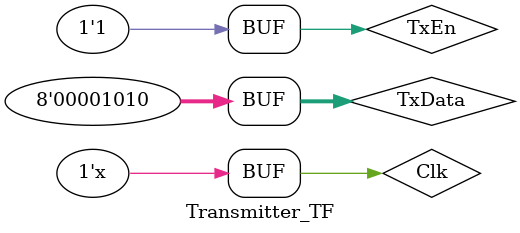
<source format=v>
`timescale 1ns / 1ps


module Transmitter_TF;

	// Inputs
	reg Clk;
	reg [7:0] TxData;
	reg TxEn;

	// Outputs
	wire Tx;
	wire TxDone;
	wire [7:0] TxData_s;

	// Instantiate the Unit Under Test (UUT)
	Transmitter uut (
		.Clk(Clk), 
		.TxData(TxData), 
		.Tx(Tx),
		.TxDone(TxDone),
		.TxEn(TxEn),
		.TxData_s(TxData_s)

	);

	initial begin
		// Initialize Inputs
		Clk = 0;
		TxData = 0;
		TxEn = 0;
		
		#10000;
		TxEn = 1;
		TxData = 21;
		
		#20;
		TxEn = 1;
		TxData = 5;
		
		#20;
		TxEn = 0;
		TxData = 6;
		
		#100;
		TxEn = 1;
		TxData = 8;
		
		#500;
		TxEn = 1;
		TxData = 6;

		#1000;
		TxEn = 1;
		TxData = 9;
		
		#5000;
		TxEn = 1;
		TxData = 10;

		// Wait 100 ns for global reset to finish
        
		// Add stimulus here

	end
	always
		#200 Clk = !Clk;
      
endmodule


</source>
